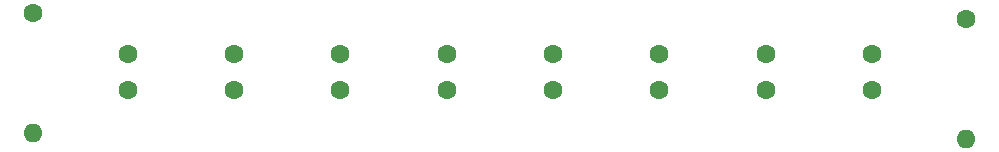
<source format=gbr>
G04 #@! TF.GenerationSoftware,KiCad,Pcbnew,(2018-02-08 revision b04b1dc)-master*
G04 #@! TF.CreationDate,2018-02-15T17:12:52-08:00*
G04 #@! TF.ProjectId,CAN Bus Hub,43414E20427573204875622E6B696361,1*
G04 #@! TF.SameCoordinates,Original*
G04 #@! TF.FileFunction,Copper,L2,Bot,Signal*
G04 #@! TF.FilePolarity,Positive*
%FSLAX46Y46*%
G04 Gerber Fmt 4.6, Leading zero omitted, Abs format (unit mm)*
G04 Created by KiCad (PCBNEW (2018-02-08 revision b04b1dc)-master) date Thursday, February 15, 2018 at 05:12:52 PM*
%MOMM*%
%LPD*%
G01*
G04 APERTURE LIST*
%ADD10C,1.600000*%
%ADD11O,1.600000X1.600000*%
G04 APERTURE END LIST*
D10*
X143000000Y-77000000D03*
X143000000Y-74000000D03*
X151000000Y-71000000D03*
D11*
X151000000Y-81160000D03*
D10*
X80000000Y-74000000D03*
X80000000Y-77000000D03*
X88970000Y-77000000D03*
X88970000Y-74000000D03*
X98000000Y-74000000D03*
X98000000Y-77000000D03*
X107000000Y-77000000D03*
X107000000Y-74000000D03*
X116000000Y-74000000D03*
X116000000Y-77000000D03*
X125000000Y-77000000D03*
X125000000Y-74000000D03*
X134000000Y-74000000D03*
X134000000Y-77000000D03*
D11*
X72000000Y-80660000D03*
D10*
X72000000Y-70500000D03*
M02*

</source>
